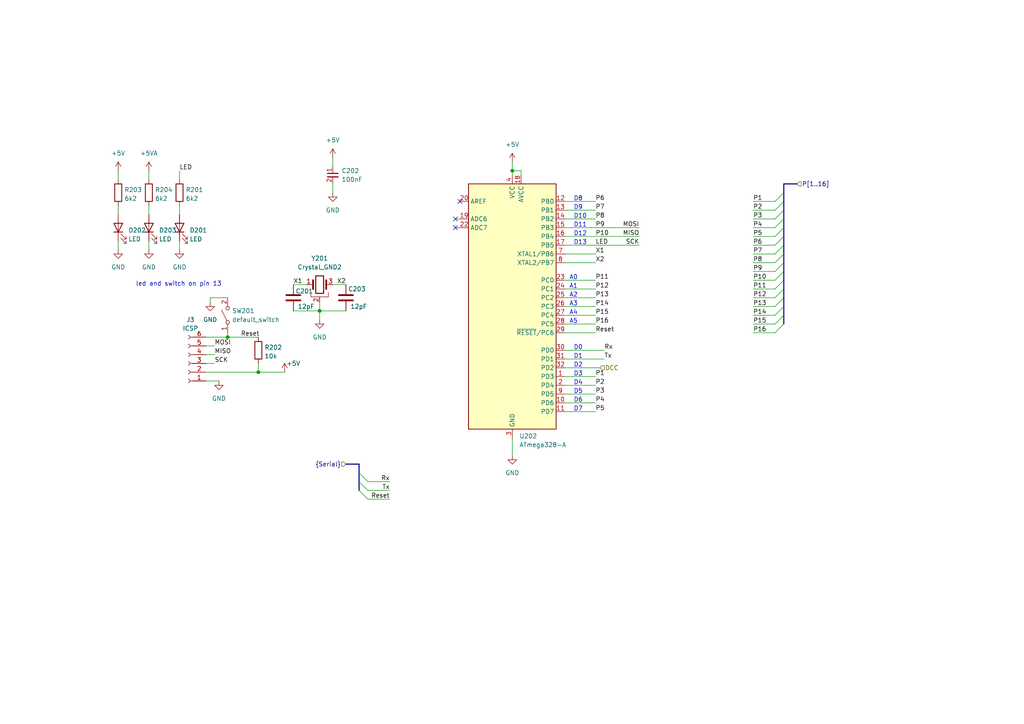
<source format=kicad_sch>
(kicad_sch (version 20231120) (generator "eeschema") (generator_version "8.0")
  (paper "A4")
  (lib_symbols
    (symbol "Connector:Conn_01x06_Socket" (pin_names (offset 1.016) hide)
      (property "Reference" "J" (at 0 7.62 0))
      (property "Value" "Conn_01x06_Socket" (at 0 -10.16 0))
      (symbol "Conn_01x06_Socket_1_1"
        (arc (start 0 -7.112) (mid -0.5058 -7.62) (end 0 -8.128) (stroke (width 0.1524)))
        (arc (start 0 -4.572) (mid -0.5058 -5.08) (end 0 -5.588) (stroke (width 0.1524)))
        (arc (start 0 -2.032) (mid -0.5058 -2.54) (end 0 -3.048) (stroke (width 0.1524)))
        (polyline (pts (xy -1.27 -7.62) (xy -0.508 -7.62)) (stroke (width 0.1524)))
        (polyline (pts (xy -1.27 -5.08) (xy -0.508 -5.08)) (stroke (width 0.1524)))
        (polyline (pts (xy -1.27 -2.54) (xy -0.508 -2.54)) (stroke (width 0.1524)))
        (polyline (pts (xy -1.27 0) (xy -0.508 0)) (stroke (width 0.1524)))
        (polyline (pts (xy -1.27 2.54) (xy -0.508 2.54)) (stroke (width 0.1524)))
        (polyline (pts (xy -1.27 5.08) (xy -0.508 5.08)) (stroke (width 0.1524)))
        (arc (start 0 0.508) (mid -0.5058 0) (end 0 -0.508) (stroke (width 0.1524)))
        (arc (start 0 3.048) (mid -0.5058 2.54) (end 0 2.032) (stroke (width 0.1524)))
        (arc (start 0 5.588) (mid -0.5058 5.08) (end 0 4.572) (stroke (width 0.1524)))
        (pin passive line (at -5.08 5.08 0) (length 3.81) (name "Pin_1") (number "1"))
        (pin passive line (at -5.08 2.54 0) (length 3.81) (name "Pin_2") (number "2"))
        (pin passive line (at -5.08 0 0) (length 3.81) (name "Pin_3") (number "3"))
        (pin passive line (at -5.08 -2.54 0) (length 3.81) (name "Pin_4") (number "4"))
        (pin passive line (at -5.08 -5.08 0) (length 3.81) (name "Pin_5") (number "5"))
        (pin passive line (at -5.08 -7.62 0) (length 3.81) (name "Pin_6") (number "6"))
      )
    )
    (symbol "Device:C" (pin_numbers hide) (pin_names (offset 0.254))
      (property "Reference" "C" (at 0.635 2.54 0))
      (property "Value" "C" (at 0.635 -2.54 0))
      (symbol "C_0_1"
        (polyline (pts (xy -2.032 -0.762) (xy 2.032 -0.762)) (stroke (width 0.508)))
        (polyline (pts (xy -2.032 0.762) (xy 2.032 0.762)) (stroke (width 0.508)))
      )
      (symbol "C_1_1"
        (pin passive line (at 0 3.81 270) (length 2.794) (name "~") (number "1"))
        (pin passive line (at 0 -3.81 90) (length 2.794) (name "~") (number "2"))
      )
    )
    (symbol "Device:LED" (pin_numbers hide) (pin_names (offset 1.016) hide)
      (property "Reference" "D" (at 0 2.54 0))
      (property "Value" "LED" (at 0 -2.54 0))
      (symbol "LED_0_1"
        (polyline (pts (xy -1.27 -1.27) (xy -1.27 1.27)) (stroke (width 0.254)))
        (polyline (pts (xy -1.27 0) (xy 1.27 0)))
        (polyline (pts (xy 1.27 -1.27) (xy 1.27 1.27) (xy -1.27 0) (xy 1.27 -1.27)) (stroke (width 0.254)))
        (polyline (pts (xy -3.048 -0.762) (xy -4.572 -2.286) (xy -3.81 -2.286) (xy -4.572 -2.286) (xy -4.572 -1.524)))
        (polyline (pts (xy -1.778 -0.762) (xy -3.302 -2.286) (xy -2.54 -2.286) (xy -3.302 -2.286) (xy -3.302 -1.524)))
      )
      (symbol "LED_1_1"
        (pin passive line (at -3.81 0 0) (length 2.54) (name "K") (number "1"))
        (pin passive line (at 3.81 0 180) (length 2.54) (name "A") (number "2"))
      )
    )
    (symbol "Device:R" (pin_numbers hide) (pin_names (offset 0))
      (property "Reference" "R" (at 2.032 0 90))
      (property "Value" "R" (at 0 0 90))
      (symbol "R_0_1"
        (rectangle (start -1.016 -2.54) (end 1.016 2.54) (stroke (width 0.254)))
      )
      (symbol "R_1_1"
        (pin passive line (at 0 3.81 270) (length 1.27) (name "~") (number "1"))
        (pin passive line (at 0 -3.81 90) (length 1.27) (name "~") (number "2"))
      )
    )
    (symbol "GND_1" (power) (pin_numbers hide) (pin_names (offset 0) hide)
      (property "Value" "GND" (at 0 -3.81 0))
      (symbol "GND_1_0_1"
        (polyline (pts (xy 0 0) (xy 0 -1.27) (xy 1.27 -1.27) (xy 0 -2.54) (xy -1.27 -1.27) (xy 0 -1.27)))
      )
      (symbol "GND_1_1_1"
        (pin power_in line (at 0 0 270) (length 0) (name "~") (number "1"))
      )
    )
    (symbol "MCU_Microchip_ATmega:ATmega328-A"
      (property "Reference" "U" (at -12.7 36.83 0))
      (property "Value" "ATmega328-A" (at 2.54 -36.83 0))
      (symbol "ATmega328-A_0_1"
        (rectangle (start -12.7 -35.56) (end 12.7 35.56) (stroke (width 0.254)) (fill (type background)))
      )
      (symbol "ATmega328-A_1_1"
        (pin bidirectional line (at 15.24 -20.32 180) (length 2.54) (name "PD3") (number "1"))
        (pin bidirectional line (at 15.24 -27.94 180) (length 2.54) (name "PD6") (number "10"))
        (pin bidirectional line (at 15.24 -30.48 180) (length 2.54) (name "PD7") (number "11"))
        (pin bidirectional line (at 15.24 30.48 180) (length 2.54) (name "PB0") (number "12"))
        (pin bidirectional line (at 15.24 27.94 180) (length 2.54) (name "PB1") (number "13"))
        (pin bidirectional line (at 15.24 25.4 180) (length 2.54) (name "PB2") (number "14"))
        (pin bidirectional line (at 15.24 22.86 180) (length 2.54) (name "PB3") (number "15"))
        (pin bidirectional line (at 15.24 20.32 180) (length 2.54) (name "PB4") (number "16"))
        (pin bidirectional line (at 15.24 17.78 180) (length 2.54) (name "PB5") (number "17"))
        (pin power_in line (at 2.54 38.1 270) (length 2.54) (name "AVCC") (number "18"))
        (pin input line (at -15.24 25.4 0) (length 2.54) (name "ADC6") (number "19"))
        (pin bidirectional line (at 15.24 -22.86 180) (length 2.54) (name "PD4") (number "2"))
        (pin passive line (at -15.24 30.48 0) (length 2.54) (name "AREF") (number "20"))
        (pin passive line (at 0 -38.1 90) (length 2.54) hide (name "GND") (number "21"))
        (pin input line (at -15.24 22.86 0) (length 2.54) (name "ADC7") (number "22"))
        (pin bidirectional line (at 15.24 7.62 180) (length 2.54) (name "PC0") (number "23"))
        (pin bidirectional line (at 15.24 5.08 180) (length 2.54) (name "PC1") (number "24"))
        (pin bidirectional line (at 15.24 2.54 180) (length 2.54) (name "PC2") (number "25"))
        (pin bidirectional line (at 15.24 0 180) (length 2.54) (name "PC3") (number "26"))
        (pin bidirectional line (at 15.24 -2.54 180) (length 2.54) (name "PC4") (number "27"))
        (pin bidirectional line (at 15.24 -5.08 180) (length 2.54) (name "PC5") (number "28"))
        (pin bidirectional line (at 15.24 -7.62 180) (length 2.54) (name "~{RESET}/PC6") (number "29"))
        (pin power_in line (at 0 -38.1 90) (length 2.54) (name "GND") (number "3"))
        (pin bidirectional line (at 15.24 -12.7 180) (length 2.54) (name "PD0") (number "30"))
        (pin bidirectional line (at 15.24 -15.24 180) (length 2.54) (name "PD1") (number "31"))
        (pin bidirectional line (at 15.24 -17.78 180) (length 2.54) (name "PD2") (number "32"))
        (pin power_in line (at 0 38.1 270) (length 2.54) (name "VCC") (number "4"))
        (pin passive line (at 0 -38.1 90) (length 2.54) hide (name "GND") (number "5"))
        (pin passive line (at 0 38.1 270) (length 2.54) hide (name "VCC") (number "6"))
        (pin bidirectional line (at 15.24 15.24 180) (length 2.54) (name "XTAL1/PB6") (number "7"))
        (pin bidirectional line (at 15.24 12.7 180) (length 2.54) (name "XTAL2/PB7") (number "8"))
        (pin bidirectional line (at 15.24 -25.4 180) (length 2.54) (name "PD5") (number "9"))
      )
    )
    (symbol "capacitor_miscellaneous:C_0402_100nF"
      (property "Reference" "U" (at 1.27 2.54 0))
      (property "Value" "100nF" (at 3.81 -2.54 0))
      (property "JLCPCB Part#" "C307331" (at 0 0 0))
      (symbol "C_0402_100nF_0_1"
        (polyline (pts (xy -1.524 -0.508) (xy 1.524 -0.508)) (stroke (width 0.3302)))
        (polyline (pts (xy -1.524 0.508) (xy 1.524 0.508)) (stroke (width 0.3048)))
      )
      (symbol "C_0402_100nF_1_1"
        (pin passive line (at 0 2.54 270) (length 2.032) (name "~") (number "1"))
        (pin passive line (at 0 -2.54 90) (length 2.032) (name "~") (number "2"))
      )
    )
    (symbol "custom_kicad_lib_sk:crystal_arduino" (pin_names (offset 1.016) hide)
      (property "Reference" "Y" (at 0 5.715 0))
      (property "Value" "Crystal_GND2" (at 0 3.81 0))
      (property "JLCPCB Part#" "C13738" (at 0 0 0))
      (symbol "crystal_arduino_0_1"
        (rectangle (start -1.143 2.54) (end 1.143 -2.54) (stroke (width 0.3048)))
        (polyline (pts (xy -2.54 0) (xy -1.905 0)))
        (polyline (pts (xy -1.905 -1.27) (xy -1.905 1.27)) (stroke (width 0.508)))
        (polyline (pts (xy 0 -3.81) (xy 0 -3.556)))
        (polyline (pts (xy 1.905 0) (xy 2.54 0)))
        (polyline (pts (xy 1.905 1.27) (xy 1.905 -1.27)) (stroke (width 0.508)))
        (polyline (pts (xy -2.54 -2.286) (xy -2.54 -3.556) (xy 2.54 -3.556) (xy 2.54 -2.286)))
      )
      (symbol "crystal_arduino_1_1"
        (pin passive line (at -3.81 0 0) (length 1.27) (name "1") (number "1"))
        (pin passive line (at 0 -5.08 90) (length 1.27) (name "GND") (number "2"))
        (pin passive line (at 3.81 0 180) (length 1.27) (name "3") (number "3"))
        (pin passive line (at 0 -5.08 90) (length 1.27) hide (name "GND") (number "4"))
      )
    )
    (symbol "custom_kicad_lib_sk:default_switch" (pin_names (offset 0) hide)
      (property "Reference" "SW" (at 0 3.175 0))
      (property "Value" "default_switch" (at 0 -2.54 0))
      (symbol "default_switch_0_0"
        (circle (center -2.032 0) (radius 0.508))
        (polyline (pts (xy -1.524 0.254) (xy 1.524 1.778)))
        (circle (center 2.032 0) (radius 0.508))
      )
      (symbol "default_switch_1_1"
        (pin passive line (at -5.08 0 0) (length 2.54) (name "A") (number "1"))
        (pin passive line (at 5.08 0 180) (length 2.54) (name "B") (number "2"))
      )
    )
    (symbol "power:+5V" (power) (pin_names (offset 0))
      (property "Value" "+5V" (at 0 3.556 0))
      (symbol "+5V_0_1"
        (polyline (pts (xy -0.762 1.27) (xy 0 2.54)))
        (polyline (pts (xy 0 0) (xy 0 2.54)))
        (polyline (pts (xy 0 2.54) (xy 0.762 1.27)))
      )
      (symbol "+5V_1_1"
        (pin power_in line (at 0 0 90) (length 0) hide (name "+5V") (number "1"))
      )
    )
    (symbol "power:+5VA" (power) (pin_numbers hide) (pin_names (offset 0) hide)
      (property "Value" "+5VA" (at 0 3.556 0))
      (symbol "+5VA_0_1"
        (polyline (pts (xy -0.762 1.27) (xy 0 2.54)))
        (polyline (pts (xy 0 0) (xy 0 2.54)))
        (polyline (pts (xy 0 2.54) (xy 0.762 1.27)))
      )
      (symbol "+5VA_1_1"
        (pin power_in line (at 0 0 90) (length 0) (name "~") (number "1"))
      )
    )
    (symbol "power:GND" (power) (pin_names (offset 0))
      (property "Value" "GND" (at 0 -3.81 0))
      (symbol "GND_0_1"
        (polyline (pts (xy 0 0) (xy 0 -1.27) (xy 1.27 -1.27) (xy 0 -2.54) (xy -1.27 -1.27) (xy 0 -1.27)))
      )
      (symbol "GND_1_1"
        (pin power_in line (at 0 0 270) (length 0) hide (name "GND") (number "1"))
      )
    )
  )
  (junction (at 66.04 97.79))
  (junction (at 74.93 107.95))
  (junction (at 92.71 90.17))
  (junction (at 148.59 49.53))
  (no_connect (at 133.35 58.42))
  (no_connect (at 132.08 63.5))
  (no_connect (at 132.08 66.04))
  (bus_entry (at 106.68 139.7) (size -2.54 -2.54))
  (bus_entry (at 224.79 88.9) (size 2.54 -2.54))
  (bus_entry (at 224.79 76.2) (size 2.54 -2.54))
  (bus_entry (at 224.79 91.44) (size 2.54 -2.54))
  (bus_entry (at 224.79 96.52) (size 2.54 -2.54))
  (bus_entry (at 224.79 58.42) (size 2.54 -2.54))
  (bus_entry (at 224.79 71.12) (size 2.54 -2.54))
  (bus_entry (at 224.79 78.74) (size 2.54 -2.54))
  (bus_entry (at 224.79 81.28) (size 2.54 -2.54))
  (bus_entry (at 224.79 68.58) (size 2.54 -2.54))
  (bus_entry (at 224.79 93.98) (size 2.54 -2.54))
  (bus_entry (at 106.68 142.24) (size -2.54 -2.54))
  (bus_entry (at 224.79 63.5) (size 2.54 -2.54))
  (bus_entry (at 224.79 66.04) (size 2.54 -2.54))
  (bus_entry (at 224.79 73.66) (size 2.54 -2.54))
  (bus_entry (at 224.79 83.82) (size 2.54 -2.54))
  (bus_entry (at 224.79 60.96) (size 2.54 -2.54))
  (bus_entry (at 106.68 144.78) (size -2.54 -2.54))
  (bus_entry (at 224.79 86.36) (size 2.54 -2.54))
  (wire (pts (xy 163.83 63.5) (xy 172.72 63.5)))
  (wire (pts (xy 113.03 142.24) (xy 106.68 142.24)))
  (wire (pts (xy 148.59 49.53) (xy 148.59 50.8)))
  (wire (pts (xy 218.44 73.66) (xy 224.79 73.66)))
  (bus (pts (xy 227.33 81.28) (xy 227.33 78.74)))
  (wire (pts (xy 59.69 97.79) (xy 66.04 97.79)))
  (wire (pts (xy 74.93 105.41) (xy 74.93 107.95)))
  (wire (pts (xy 92.71 90.17) (xy 100.33 90.17)))
  (wire (pts (xy 113.03 139.7) (xy 106.68 139.7)))
  (wire (pts (xy 163.83 66.04) (xy 185.42 66.04)))
  (wire (pts (xy 163.83 81.28) (xy 172.72 81.28)))
  (wire (pts (xy 218.44 71.12) (xy 224.79 71.12)))
  (wire (pts (xy 218.44 86.36) (xy 224.79 86.36)))
  (wire (pts (xy 43.18 69.85) (xy 43.18 72.39)))
  (wire (pts (xy 66.04 96.52) (xy 66.04 97.79)))
  (wire (pts (xy 163.83 86.36) (xy 172.72 86.36)))
  (bus (pts (xy 104.14 134.62) (xy 104.14 137.16)))
  (wire (pts (xy 218.44 58.42) (xy 224.79 58.42)))
  (wire (pts (xy 151.13 49.53) (xy 148.59 49.53)))
  (bus (pts (xy 227.33 63.5) (xy 227.33 60.96)))
  (bus (pts (xy 227.33 83.82) (xy 227.33 81.28)))
  (bus (pts (xy 104.14 137.16) (xy 104.14 139.7)))
  (wire (pts (xy 163.83 116.84) (xy 172.72 116.84)))
  (bus (pts (xy 104.14 134.62) (xy 100.33 134.62)))
  (wire (pts (xy 59.69 102.87) (xy 62.23 102.87)))
  (bus (pts (xy 227.33 53.34) (xy 231.14 53.34)))
  (wire (pts (xy 60.96 86.36) (xy 66.04 86.36)))
  (wire (pts (xy 88.9 82.55) (xy 85.09 82.55)))
  (bus (pts (xy 227.33 86.36) (xy 227.33 83.82)))
  (wire (pts (xy 163.83 60.96) (xy 172.72 60.96)))
  (wire (pts (xy 218.44 96.52) (xy 224.79 96.52)))
  (wire (pts (xy 163.83 106.68) (xy 173.99 106.68)))
  (wire (pts (xy 96.52 53.34) (xy 96.52 55.88)))
  (wire (pts (xy 163.83 111.76) (xy 172.72 111.76)))
  (wire (pts (xy 163.83 114.3) (xy 172.72 114.3)))
  (wire (pts (xy 218.44 76.2) (xy 224.79 76.2)))
  (bus (pts (xy 227.33 91.44) (xy 227.33 88.9)))
  (bus (pts (xy 227.33 76.2) (xy 227.33 73.66)))
  (wire (pts (xy 113.03 144.78) (xy 106.68 144.78)))
  (wire (pts (xy 59.69 100.33) (xy 62.23 100.33)))
  (wire (pts (xy 218.44 68.58) (xy 224.79 68.58)))
  (wire (pts (xy 218.44 63.5) (xy 224.79 63.5)))
  (wire (pts (xy 59.69 110.49) (xy 63.5 110.49)))
  (wire (pts (xy 52.07 69.85) (xy 52.07 72.39)))
  (wire (pts (xy 163.83 58.42) (xy 172.72 58.42)))
  (wire (pts (xy 163.83 68.58) (xy 185.42 68.58)))
  (wire (pts (xy 43.18 59.69) (xy 43.18 62.23)))
  (bus (pts (xy 227.33 93.98) (xy 227.33 91.44)))
  (wire (pts (xy 218.44 60.96) (xy 224.79 60.96)))
  (wire (pts (xy 163.83 96.52) (xy 172.72 96.52)))
  (wire (pts (xy 163.83 76.2) (xy 172.72 76.2)))
  (wire (pts (xy 218.44 88.9) (xy 224.79 88.9)))
  (wire (pts (xy 148.59 127) (xy 148.59 132.08)))
  (wire (pts (xy 60.96 86.36) (xy 60.96 87.63)))
  (wire (pts (xy 132.08 63.5) (xy 133.35 63.5)))
  (wire (pts (xy 34.29 49.53) (xy 34.29 52.07)))
  (bus (pts (xy 227.33 68.58) (xy 227.33 66.04)))
  (wire (pts (xy 74.93 107.95) (xy 82.55 107.95)))
  (wire (pts (xy 66.04 97.79) (xy 74.93 97.79)))
  (wire (pts (xy 218.44 83.82) (xy 224.79 83.82)))
  (wire (pts (xy 52.07 59.69) (xy 52.07 62.23)))
  (wire (pts (xy 92.71 87.63) (xy 92.71 90.17)))
  (wire (pts (xy 96.52 82.55) (xy 100.33 82.55)))
  (wire (pts (xy 132.08 66.04) (xy 133.35 66.04)))
  (bus (pts (xy 227.33 55.88) (xy 227.33 53.34)))
  (bus (pts (xy 227.33 58.42) (xy 227.33 55.88)))
  (wire (pts (xy 148.59 46.99) (xy 148.59 49.53)))
  (wire (pts (xy 163.83 71.12) (xy 185.42 71.12)))
  (bus (pts (xy 227.33 66.04) (xy 227.33 63.5)))
  (wire (pts (xy 163.83 73.66) (xy 172.72 73.66)))
  (wire (pts (xy 163.83 119.38) (xy 172.72 119.38)))
  (bus (pts (xy 227.33 71.12) (xy 227.33 68.58)))
  (wire (pts (xy 34.29 69.85) (xy 34.29 72.39)))
  (wire (pts (xy 52.07 49.53) (xy 52.07 52.07)))
  (bus (pts (xy 227.33 73.66) (xy 227.33 71.12)))
  (wire (pts (xy 163.83 88.9) (xy 172.72 88.9)))
  (wire (pts (xy 43.18 49.53) (xy 43.18 52.07)))
  (wire (pts (xy 34.29 59.69) (xy 34.29 62.23)))
  (bus (pts (xy 227.33 88.9) (xy 227.33 86.36)))
  (wire (pts (xy 59.69 107.95) (xy 74.93 107.95)))
  (wire (pts (xy 163.83 83.82) (xy 172.72 83.82)))
  (bus (pts (xy 227.33 78.74) (xy 227.33 76.2)))
  (wire (pts (xy 218.44 81.28) (xy 224.79 81.28)))
  (wire (pts (xy 85.09 90.17) (xy 92.71 90.17)))
  (wire (pts (xy 96.52 45.72) (xy 96.52 48.26)))
  (wire (pts (xy 218.44 78.74) (xy 224.79 78.74)))
  (wire (pts (xy 163.83 109.22) (xy 172.72 109.22)))
  (wire (pts (xy 218.44 66.04) (xy 224.79 66.04)))
  (wire (pts (xy 92.71 90.17) (xy 92.71 92.71)))
  (wire (pts (xy 151.13 50.8) (xy 151.13 49.53)))
  (bus (pts (xy 227.33 60.96) (xy 227.33 58.42)))
  (wire (pts (xy 218.44 91.44) (xy 224.79 91.44)))
  (wire (pts (xy 163.83 101.6) (xy 175.26 101.6)))
  (wire (pts (xy 163.83 104.14) (xy 175.26 104.14)))
  (wire (pts (xy 163.83 93.98) (xy 172.72 93.98)))
  (wire (pts (xy 163.83 91.44) (xy 172.72 91.44)))
  (wire (pts (xy 218.44 93.98) (xy 224.79 93.98)))
  (bus (pts (xy 104.14 139.7) (xy 104.14 142.24)))
  (wire (pts (xy 59.69 105.41) (xy 62.23 105.41)))
  (text "D5\n" (at 166.37 114.3 0) (effects (font (size 1.27 1.27)) (justify left bottom)))
  (text "D7" (at 166.37 119.38 0) (effects (font (size 1.27 1.27)) (justify left bottom)))
  (text "A1\n" (at 165.1 83.82 0) (effects (font (size 1.27 1.27)) (justify left bottom)))
  (text "D2" (at 166.37 106.68 0) (effects (font (size 1.27 1.27)) (justify left bottom)))
  (text "D4" (at 166.37 111.76 0) (effects (font (size 1.27 1.27)) (justify left bottom)))
  (text "D13" (at 166.37 71.12 0) (effects (font (size 1.27 1.27)) (justify left bottom)))
  (text "D6" (at 166.37 116.84 0) (effects (font (size 1.27 1.27)) (justify left bottom)))
  (text "D12" (at 166.37 68.58 0) (effects (font (size 1.27 1.27)) (justify left bottom)))
  (text "D3" (at 166.37 109.22 0) (effects (font (size 1.27 1.27)) (justify left bottom)))
  (text "D10" (at 166.37 63.5 0) (effects (font (size 1.27 1.27)) (justify left bottom)))
  (text "D0" (at 166.37 101.6 0) (effects (font (size 1.27 1.27)) (justify left bottom)))
  (text "D9" (at 166.37 60.96 0) (effects (font (size 1.27 1.27)) (justify left bottom)))
  (text "A3" (at 165.1 88.9 0) (effects (font (size 1.27 1.27)) (justify left bottom)))
  (text "A0" (at 165.1 81.28 0) (effects (font (size 1.27 1.27)) (justify left bottom)))
  (text "D11" (at 166.37 66.04 0) (effects (font (size 1.27 1.27)) (justify left bottom)))
  (text "D1" (at 166.37 104.14 0) (effects (font (size 1.27 1.27)) (justify left bottom)))
  (text "A2" (at 165.1 86.36 0) (effects (font (size 1.27 1.27)) (justify left bottom)))
  (text "D8" (at 166.37 58.42 0) (effects (font (size 1.27 1.27)) (justify left bottom)))
  (text "led and switch on pin 13" (at 39.37 83.185 0) (effects (font (size 1.27 1.27)) (justify left bottom)))
  (text "A5" (at 165.1 93.98 0) (effects (font (size 1.27 1.27)) (justify left bottom)))
  (text "A4" (at 165.1 91.44 0) (effects (font (size 1.27 1.27)) (justify left bottom)))
  (label "P15" (at 218.44 93.98 0))
  (label "P9" (at 172.72 66.04 0))
  (label "P14" (at 218.44 91.44 0))
  (label "P5" (at 218.44 68.58 0))
  (label "P10" (at 218.44 81.28 0))
  (label "P4" (at 172.72 116.84 0))
  (label "P13" (at 172.72 86.36 0))
  (label "P11" (at 172.72 81.28 0))
  (label "X1" (at 85.09 82.55 0))
  (label "X2" (at 172.72 76.2 0))
  (label "P6" (at 218.44 71.12 0))
  (label "P11" (at 218.44 83.82 0))
  (label "P5" (at 172.72 119.38 0))
  (label "P3" (at 172.72 114.3 0))
  (label "P9" (at 218.44 78.74 0))
  (label "P3" (at 218.44 63.5 0))
  (label "SCK" (at 62.23 105.41 0))
  (label "P2" (at 172.72 111.76 0))
  (label "LED" (at 52.07 49.53 0))
  (label "P8" (at 172.72 63.5 0))
  (label "Reset" (at 113.03 144.78 180))
  (label "P12" (at 218.44 86.36 0))
  (label "MOSI" (at 185.42 66.04 180))
  (label "P1" (at 172.72 109.22 0))
  (label "MISO" (at 62.23 102.87 0))
  (label "P2" (at 218.44 60.96 0))
  (label "P16" (at 218.44 96.52 0))
  (label "P7" (at 172.72 60.96 0))
  (label "P1" (at 218.44 58.42 0))
  (label "P12" (at 172.72 83.82 0))
  (label "P8" (at 218.44 76.2 0))
  (label "P15" (at 172.72 91.44 0))
  (label "LED" (at 172.72 71.12 0))
  (label "P13" (at 218.44 88.9 0))
  (label "X1" (at 172.72 73.66 0))
  (label "Rx" (at 175.26 101.6 0))
  (label "P14" (at 172.72 88.9 0))
  (label "SCK" (at 185.42 71.12 180))
  (label "Reset" (at 69.85 97.79 0))
  (label "Tx" (at 113.03 142.24 180))
  (label "MISO" (at 185.42 68.58 180))
  (label "MOSI" (at 62.23 100.33 0))
  (label "P6" (at 172.72 58.42 0))
  (label "P10" (at 172.72 68.58 0))
  (label "Rx" (at 113.03 139.7 180))
  (label "P4" (at 218.44 66.04 0))
  (label "Reset" (at 172.72 96.52 0))
  (label "P16" (at 172.72 93.98 0))
  (label "P7" (at 218.44 73.66 0))
  (label "Tx" (at 175.26 104.14 0))
  (label "X2" (at 100.33 82.55 180))
  (hierarchical_label "P[1..16]" (shape input) (at 231.14 53.34 0))
  (hierarchical_label "DCC" (shape input) (at 173.99 106.68 0))
  (hierarchical_label "{Serial}" (shape input) (at 100.33 134.62 180))
  (symbol (lib_id "custom_kicad_lib_sk:crystal_arduino") (at 92.71 82.55 0) (unit 1)
    (property "Reference" "Y201" (at 92.71 74.93 0))
    (property "Value" "Crystal_GND2" (at 92.71 77.47 0))
    (property "Footprint" "custom_kicad_lib_sk:crystal_arduino" (effects (hide yes)))
    (property "JLCPCB Part#" "C13738" (effects (hide yes)))
    (instances (project "atmega328" (path "" (reference "Y201") (unit 1))) (project "servoDecoderInCabinet" (path "" (reference "Y201") (unit 1))) (project "general_schematics" (path "" (reference "Y?") (unit 1)) (path "" (reference "Y1401") (unit 1))))
  )
  (symbol (lib_id "Device:C") (at 100.33 86.36 180) (unit 1)
    (property "Reference" "C203" (at 100.965 83.82 0) (effects (justify right)))
    (property "Value" "12pF" (at 101.6 88.9 0) (effects (justify right)))
    (property "Footprint" "Capacitor_SMD:C_0603_1608Metric" (effects (hide yes)))
    (property "JLCPCB Part#" "C38523" (effects (hide yes)))
    (instances (project "atmega328" (path "" (reference "C203") (unit 1))) (project "servoDecoderInCabinet" (path "" (reference "C203") (unit 1))) (project "general_schematics" (path "" (reference "C?") (unit 1)) (path "" (reference "C1403") (unit 1))))
  )
  (symbol (lib_id "Device:R") (at 52.07 55.88 0) (unit 1)
    (property "Reference" "R201" (at 53.848 55.0453 0) (effects (justify left)))
    (property "Value" "6k2" (at 53.848 57.5822 0) (effects (justify left)))
    (property "Footprint" "Resistor_SMD:R_0603_1608Metric_Pad0.98x0.95mm_HandSolder" (effects (hide yes)))
    (property "JLCPCB Part#" "C4260" (effects (hide yes)))
    (instances (project "atmega328" (path "" (reference "R201") (unit 1))) (project "servoDecoderInCabinet" (path "" (reference "R201") (unit 1))) (project "general_schematics" (path "" (reference "R1401") (unit 1))))
  )
  (symbol (lib_id "MCU_Microchip_ATmega:ATmega328-A") (at 148.59 88.9 0) (unit 1)
    (property "Reference" "U202" (at 150.6094 126.4904 0) (effects (justify left)))
    (property "Value" "ATmega328-A" (at 150.6094 129.0273 0) (effects (justify left)))
    (property "Footprint" "Package_QFP:TQFP-32_7x7mm_P0.8mm" (effects (hide yes)))
    (property "Datasheet" "http://ww1.microchip.com/downloads/en/DeviceDoc/ATmega328_P%20AVR%20MCU%20with%20picoPower%20Technology%20Data%20Sheet%2040001984A.pdf" (effects (hide yes)))
    (property "JLCPCB Part#" "C14877" (effects (hide yes)))
    (instances (project "atmega328" (path "" (reference "U202") (unit 1))) (project "servoDecoderInCabinet" (path "" (reference "U202") (unit 1))) (project "general_schematics" (path "" (reference "U1402") (unit 1))))
  )
  (symbol (lib_id "Device:R") (at 34.29 55.88 0) (unit 1)
    (property "Reference" "R203" (at 36.068 55.0453 0) (effects (justify left)))
    (property "Value" "6k2" (at 36.068 57.5822 0) (effects (justify left)))
    (property "Footprint" "Resistor_SMD:R_0603_1608Metric_Pad0.98x0.95mm_HandSolder" (effects (hide yes)))
    (property "JLCPCB Part#" "C4260" (effects (hide yes)))
  )
  (symbol (lib_id "Device:C") (at 85.09 86.36 180) (unit 1)
    (property "Reference" "C201" (at 85.725 84.455 0) (effects (justify right)))
    (property "Value" "12pF" (at 86.36 88.9 0) (effects (justify right)))
    (property "Footprint" "Capacitor_SMD:C_0603_1608Metric" (effects (hide yes)))
    (property "JLCPCB Part#" "C38523" (effects (hide yes)))
    (instances (project "atmega328" (path "" (reference "C201") (unit 1))) (project "servoDecoderInCabinet" (path "" (reference "C201") (unit 1))) (project "general_schematics" (path "" (reference "C?") (unit 1)) (path "" (reference "C1401") (unit 1))))
  )
  (symbol (lib_name "GND_1") (lib_id "power:GND") (at 43.18 72.39 0) (unit 1)
    (property "Reference" "#PWR01048" (effects (hide yes)))
    (property "Value" "GND" (at 43.18 77.47 0))
    (property "Description" "Power symbol creates a global label with name \"GND\" , ground" (effects (hide yes)))
  )
  (symbol (lib_id "power:+5V") (at 34.29 49.53 0) (unit 1)
    (property "Reference" "#PWR01049" (effects (hide yes)))
    (property "Value" "+5V" (at 34.29 44.45 0))
  )
  (symbol (lib_name "GND_1") (lib_id "power:GND") (at 52.07 72.39 0) (unit 1)
    (property "Reference" "#PWR01051" (effects (hide yes)))
    (property "Value" "GND" (at 52.07 77.47 0))
    (property "Description" "Power symbol creates a global label with name \"GND\" , ground" (effects (hide yes)))
  )
  (symbol (lib_id "custom_kicad_lib_sk:default_switch") (at 66.04 91.44 90) (unit 1)
    (property "Reference" "SW201" (at 67.31 90.1699 90) (effects (justify right)))
    (property "Value" "default_switch" (at 67.31 92.7099 90) (effects (justify right)))
    (property "Footprint" "custom_kicad_lib_sk:default_switch" (effects (hide yes)))
    (property "Description" "Single Pole Single Throw (SPST) switch" (effects (hide yes)))
    (property "JLCPCB Part#" "C318884" (effects (hide yes)))
  )
  (symbol (lib_id "power:+5V") (at 96.52 45.72 0) (unit 1)
    (property "Reference" "#PWR0207" (effects (hide yes)))
    (property "Value" "+5V" (at 96.52 40.64 0))
  )
  (symbol (lib_id "Device:R") (at 43.18 55.88 0) (unit 1)
    (property "Reference" "R204" (at 44.958 55.0453 0) (effects (justify left)))
    (property "Value" "6k2" (at 44.958 57.5822 0) (effects (justify left)))
    (property "Footprint" "Resistor_SMD:R_0603_1608Metric_Pad0.98x0.95mm_HandSolder" (effects (hide yes)))
    (property "JLCPCB Part#" "C4260" (effects (hide yes)))
  )
  (symbol (lib_id "power:GND") (at 60.96 87.63 0) (unit 1)
    (property "Reference" "#PWR0206" (effects (hide yes)))
    (property "Value" "GND" (at 60.96 92.71 0))
  )
  (symbol (lib_id "Device:LED") (at 43.18 66.04 90) (unit 1)
    (property "Reference" "D203" (at 46.101 66.7928 90) (effects (justify right)))
    (property "Value" "LED" (at 46.101 69.3297 90) (effects (justify right)))
    (property "Footprint" "LED_SMD:LED_0805_2012Metric_Pad1.15x1.40mm_HandSolder" (effects (hide yes)))
    (property "JLCPCB Part#" "C84256" (effects (hide yes)))
  )
  (symbol (lib_id "Device:LED") (at 52.07 66.04 90) (unit 1)
    (property "Reference" "D201" (at 54.991 66.7928 90) (effects (justify right)))
    (property "Value" "LED" (at 54.991 69.3297 90) (effects (justify right)))
    (property "Footprint" "LED_SMD:LED_0805_2012Metric_Pad1.15x1.40mm_HandSolder" (effects (hide yes)))
    (property "JLCPCB Part#" "C84256" (effects (hide yes)))
    (instances (project "atmega328" (path "" (reference "D201") (unit 1))) (project "servoDecoderInCabinet" (path "" (reference "D201") (unit 1))) (project "general_schematics" (path "" (reference "D1401") (unit 1))))
  )
  (symbol (lib_id "power:+5V") (at 148.59 46.99 0) (unit 1)
    (property "Reference" "#PWR0201" (effects (hide yes)))
    (property "Value" "+5V" (at 148.59 41.91 0))
  )
  (symbol (lib_id "Device:R") (at 74.93 101.6 0) (unit 1)
    (property "Reference" "R202" (at 76.708 100.7653 0) (effects (justify left)))
    (property "Value" "10k" (at 76.708 103.3022 0) (effects (justify left)))
    (property "Footprint" "Resistor_SMD:R_0402_1005Metric_Pad0.72x0.64mm_HandSolder" (effects (hide yes)))
    (property "JLCPCB Part#" "C25744" (effects (hide yes)))
    (instances (project "atmega328" (path "" (reference "R202") (unit 1))) (project "servoDecoderInCabinet" (path "" (reference "R202") (unit 1))) (project "general_schematics" (path "" (reference "R1402") (unit 1))))
  )
  (symbol (lib_id "power:+5V") (at 82.55 107.95 0) (unit 1)
    (property "Reference" "#PWR0204" (effects (hide yes)))
    (property "Value" "+5V" (at 85.09 105.41 0))
  )
  (symbol (lib_id "power:GND") (at 92.71 92.71 0) (unit 1)
    (property "Reference" "#PWR0205" (effects (hide yes)))
    (property "Value" "GND" (at 92.71 97.79 0))
  )
  (symbol (lib_id "power:GND") (at 63.5 110.49 0) (unit 1)
    (property "Reference" "#PWR0203" (effects (hide yes)))
    (property "Value" "GND" (at 63.5 115.57 0))
  )
  (symbol (lib_id "power:+5VA") (at 43.18 49.53 0) (unit 1)
    (property "Reference" "#PWR01047" (effects (hide yes)))
    (property "Value" "+5VA" (at 43.18 44.45 0))
    (property "Description" "Power symbol creates a global label with name \"+5VA\"" (effects (hide yes)))
  )
  (symbol (lib_id "capacitor_miscellaneous:C_0402_100nF") (at 96.52 50.8 0) (unit 1)
    (property "Reference" "C202" (at 99.06 49.5363 0) (effects (justify left)))
    (property "Value" "100nF" (at 99.06 52.0763 0) (effects (justify left)))
    (property "Footprint" "Capacitor_SMD:C_0402_1005Metric" (effects (hide yes)))
    (property "JLCPCB Part#" "C307331" (effects (hide yes)))
  )
  (symbol (lib_id "power:GND") (at 148.59 132.08 0) (unit 1)
    (property "Reference" "#PWR0202" (effects (hide yes)))
    (property "Value" "GND" (at 148.59 137.16 0))
  )
  (symbol (lib_name "GND_1") (lib_id "power:GND") (at 34.29 72.39 0) (unit 1)
    (property "Reference" "#PWR01050" (effects (hide yes)))
    (property "Value" "GND" (at 34.29 77.47 0))
    (property "Description" "Power symbol creates a global label with name \"GND\" , ground" (effects (hide yes)))
  )
  (symbol (lib_id "Connector:Conn_01x06_Socket") (at 54.61 105.41 180) (unit 1)
    (property "Reference" "J3" (at 55.245 92.71 0))
    (property "Value" "ICSP" (at 55.245 95.25 0))
    (property "Footprint" "Connector_PinHeader_2.54mm:PinHeader_1x06_P2.54mm_Vertical" (effects (hide yes)))
    (instances (project "solenoidDecoder" (path "" (reference "J3") (unit 1))) (project "servoDecoderInCabinet" (path "" (reference "J201") (unit 1))))
  )
  (symbol (lib_id "power:GND") (at 96.52 55.88 0) (unit 1)
    (property "Reference" "#PWR0208" (effects (hide yes)))
    (property "Value" "GND" (at 96.52 60.96 0))
  )
  (symbol (lib_id "Device:LED") (at 34.29 66.04 90) (unit 1)
    (property "Reference" "D202" (at 37.211 66.7928 90) (effects (justify right)))
    (property "Value" "LED" (at 37.211 69.3297 90) (effects (justify right)))
    (property "Footprint" "LED_SMD:LED_0805_2012Metric_Pad1.15x1.40mm_HandSolder" (effects (hide yes)))
    (property "JLCPCB Part#" "C84256" (effects (hide yes)))
  )
)
</source>
